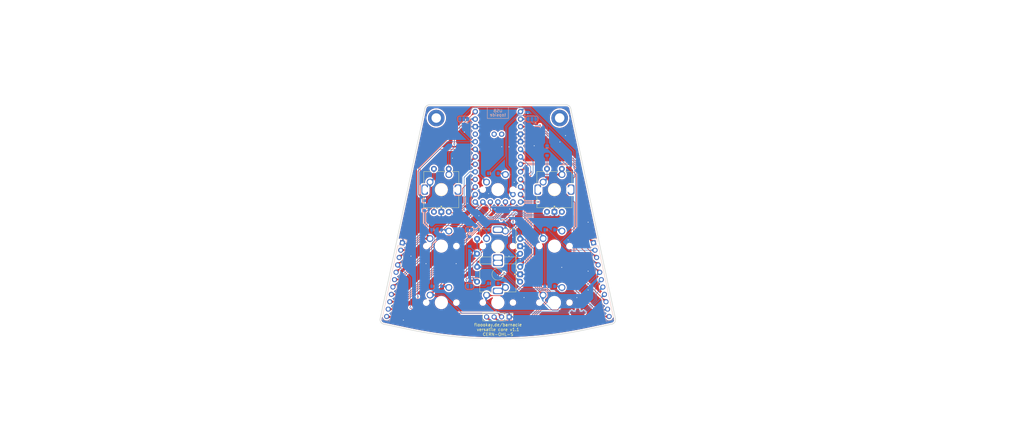
<source format=kicad_pcb>
(kicad_pcb (version 20240108) (generator "pcbnew") (generator_version "8.0")
  (layers (0 "F.Cu" signal) (31 "B.Cu" signal) (34 "B.Paste" user) (35 "F.Paste" user) (36 "B.SilkS" user "B.Silkscreen") (37 "F.SilkS" user "F.Silkscreen") (38 "B.Mask" user) (39 "F.Mask" user) (44 "Edge.Cuts" user))
  (net 0 "")
  (net 1 "col5")
  (net 2 "Net-(D1-A)")
  (net 3 "row2")
  (net 4 "row0")
  (net 5 "col4")
  (net 6 "col2")
  (net 7 "col3")
  (net 8 "row1")
  (net 9 "row3")
  (net 10 "col0")
  (net 11 "col1")
  (net 12 "col8")
  (net 13 "row5")
  (net 14 "col10")
  (net 15 "col6")
  (net 16 "GND")
  (net 17 "col9")
  (net 18 "row4")
  (net 19 "col7")
  (net 20 "col11")
  (net 21 "Net-(D2-A)")
  (net 22 "Net-(D3-A)")
  (net 23 "Net-(D4-A)")
  (net 24 "Net-(D5-A)")
  (net 27 "Net-(D6-A)")
  (net 28 "enc2")
  (net 29 "enc3")
  (net 30 "Net-(D7-A)")
  (net 32 "Net-(D8-A)")
  (net 33 "Net-(D9-A)")
  (net 34 "Net-(D10-A)")
  (net 35 "rgb")
  (net 36 "sda")
  (net 37 "vcc")
  (net 38 "scl")
  (net 39 "enc1")
  (net 40 "vccrgb")
  (net 41 "enc0")
  (net 42 "Net-(D8-K)")
  (net 43 "Net-(D5-K)")
  (net 44 "Net-(JP3-B)")
  (net 45 "Net-(JP3-A)")
  (net 46 "Net-(JP4-A)")
  (footprint "MountingHole:MountingHole_3.2mm_M3_DIN965_Pad" (layer "F.Cu") (at 219.0026 138.860167)
    (property "Reference" "H2" (hide yes))
    (property "Value" "MountingHole")
  )
  (footprint "PCM_marbastlib-mx:SW_MX_1u" (layer "F.Cu") (at 179.145 182.05)
    (property "Reference" "SW4" (hide yes))
    (property "Value" "SW_Push_45deg")
  )
  (footprint "PCM_marbastlib-various:ROT_Alps_EC11E-Switch" (layer "F.Cu") (at 198.195 182.1125 90)
    (property "Reference" "SW11" (hide yes))
    (property "Value" "RotaryEncoder_Switch")
  )
  (footprint "Connector_PinHeader_2.54mm:PinHeader_1x04_P2.54mm_Vertical" (layer "F.Cu") (at 201.995 205.925 -90)
    (property "Reference" "J3" (hide yes))
    (property "Value" "Conn_01x04")
  )
  (footprint "PCM_marbastlib-mx:SW_MX_1u" (layer "F.Cu") (at 198.195 201.1)
    (property "Reference" "SW8" (hide yes))
    (property "Value" "SW_Push_45deg")
  )
  (footprint "PCM_marbastlib-various:ROT_Alps_EC11E-Switch" (layer "F.Cu") (at 179.145 163)
    (property "Reference" "SW12" (hide yes))
    (property "Value" "RotaryEncoder_Switch")
  )
  (footprint "MountingHole:MountingHole_3.2mm_M3_DIN965_Pad" (layer "F.Cu") (at 177.4406 138.860167)
    (property "Reference" "H1" (hide yes))
    (property "Value" "MountingHole")
  )
  (footprint "Symbol:OSHW-Symbol_6.7x6mm_Copper" (layer "F.Cu") (at 225.075 206.15)
    (property "Reference" "REF**" (hide yes))
    (property "Value" "OSHW-Symbol_6.7x6mm_Copper" (hide yes))
  )
  (footprint "PCM_marbastlib-mx:SW_MX_1u" (layer "F.Cu") (at 198.195 163)
    (property "Reference" "SW2" (hide yes))
    (property "Value" "SW_Push_45deg")
  )
  (footprint "PCM_marbastlib-various:ROT_Alps_EC11E-Switch" (layer "F.Cu") (at 198.195 191.575 90)
    (property "Reference" "SW10" (hide yes))
    (property "Value" "RotaryEncoder_Switch")
  )
  (footprint "PCM_marbastlib-mx:SW_MX_1u" (layer "F.Cu") (at 217.245 182.05)
    (property "Reference" "SW6" (hide yes))
    (property "Value" "SW_Push_45deg")
  )
  (footprint "PCM_marbastlib-mx:SW_MX_1u" (layer "F.Cu") (at 217.245 163)
    (property "Reference" "SW3" (hide yes))
    (property "Value" "SW_Push_45deg")
  )
  (footprint "PCM_marbastlib-mx:SW_MX_1u" (layer "F.Cu") (at 179.145 163)
    (property "Reference" "SW1" (hide yes))
    (property "Value" "SW_Push_45deg")
  )
  (footprint "PCM_marbastlib-mx:SW_MX_1u" (layer "F.Cu") (at 217.245 201.1)
    (property "Reference" "SW9" (hide yes))
    (property "Value" "SW_Push_45deg")
  )
  (footprint "PCM_marbastlib-various:ROT_Alps_EC11E-Switch" (layer "F.Cu") (at 217.245 163)
    (property "Reference" "SW13" (hide yes))
    (property "Value" "RotaryEncoder_Switch")
  )
  (footprint "PCM_marbastlib-mx:SW_MX_1u" (layer "F.Cu") (at 179.145 201.1)
    (property "Reference" "SW7" (hide yes))
    (property "Value" "SW_Push_45deg")
  )
  (footprint "PCM_marbastlib-mx:SW_MX_1u" (layer "F.Cu") (at 198.195 182.05)
    (property "Reference" "SW5" (hide yes))
    (property "Value" "SW_Push_45deg")
  )
  (footprint "Connector_PinHeader_2.54mm:PinHeader_1x11_P2.54mm_Vertical" (layer "B.Cu") (at 230.399607 180.945708 -168)
    (property "Reference" "J2" (hide yes))
    (property "Value" "Conn_01x11")
  )
  (footprint "Connector_PinHeader_2.54mm:PinHeader_1x11_P2.54mm_Vertical" (layer "B.Cu") (at 166.008871 180.945708 168)
    (property "Reference" "J1" (hide yes))
    (property "Value" "Conn_01x11")
  )
  (footprint "Jumper:SolderJumper-2_P1.3mm_Open_RoundedPad1.0x1.5mm" (layer "B.Cu") (at 188.67 176.55625 180)
    (property "Reference" "JP2" (hide yes))
    (property "Value" "SolderJumper_2_Open")
  )
  (footprint "barnacle:D_SOD-123-minimal" (layer "B.Cu") (at 177.5575 176.55625)
    (property "Reference" "D4" (hide yes))
    (property "Value" "D")
  )
  (footprint "Jumper:SolderJumper-3_P1.3mm_Open_RoundedPad1.0x1.5mm" (layer "B.Cu") (at 209.677 139.192 180)
    (property "Reference" "JP3" (hide yes))
    (property "Value" "Jumper_3_Open")
  )
  (footprint "barnacle:D_SOD-123-minimal" (layer "B.Cu") (at 177.5575 195.60625)
    (property "Reference" "D7" (hide yes))
    (property "Value" "D")
  )
  (footprint "barnacle:D_SOD-123-minimal" (layer "B.Cu") (at 214.757 149.86 -90)
    (property "Reference" "D3" (hide yes))
    (property "Value" "D")
  )
  (footprint "barnacle:D_SOD-123-minimal" (layer "B.Cu") (at 196.6075 157.50625)
    (property "Reference" "D2" (hide yes))
    (property "Value" "D")
  )
  (footprint "PCM_marbastlib-xp-promicroish:Helios_AH_USBup" (layer "B.Cu") (at 198.200946 153.2 180)
    (property "Reference" "U1" (hide yes))
    (property "Value" "Helios")
  )
  (footprint "barnacle:D_SOD-123-minimal" (layer "B.Cu") (at 215.6575 176.55625)
    (property "Reference" "D6" (hide yes))
    (property "Value" "D")
  )
  (footprint "Jumper:SolderJumper-2_P1.3mm_Open_RoundedPad1.0x1.5mm" (layer "B.Cu") (at 188.67 195.60625 180)
    (property "Reference" "JP1" (hide yes))
    (property "Value" "SolderJumper_2_Open")
  )
  (footprint "barnacle:D_SOD-123-minimal" (layer "B.Cu") (at 215.6575 195.60625)
    (property "Reference" "D9" (hide yes))
    (property "Value" "D")
  )
  (footprint "barnacle:D_SOD-123-minimal" (layer "B.Cu") (at 196.6075 194.6)
    (property "Reference" "D8" (hide yes))
    (property "Value" "D")
  )
  (footprint "barnacle:D_SOD-123-minimal" (layer "B.Cu") (at 173.482 168.402 90)
    (property "Reference" "D1" (hide yes))
    (property "Value" "D")
  )
  (footprint "Jumper:SolderJumper-3_P1.3mm_Open_RoundedPad1.0x1.5mm" (layer "B.Cu") (at 186.69 139.192 180)
    (property "Reference" "JP4" (hide yes))
    (property "Value" "Jumper_3_Open")
  )
  (footprint "barnacle:D_SOD-123-minimal" (layer "B.Cu") (at 193.495 176.55625)
    (property "Reference" "D5" (hide yes))
    (property "Value" "D")
  )
  (footprint "barnacle:D_SOD-123-minimal" (layer "B.Cu") (at 188.67 180.525 -90)
    (property "Reference" "D10" (hide yes))
    (property "Value" "D")
  )
  (gr_line (start 175.097744 134.423367) (end 221.249147 134.423367) (stroke (width 0.2)) (layer "Edge.Cuts"))
  (gr_arc (start 221.249147 134.423367) (mid 222.193127 134.757648) (end 222.716368 135.611499) (stroke (width 0.2)) (layer "Edge.Cuts"))
  (gr_line (start 159.711541 208.342098) (end 168.175247 210.141117) (stroke (width 0.2)) (layer "Edge.Cuts"))
  (gr_line (start 158.551295 206.553872) (end 173.630547 135.611467) (stroke (width 0.2)) (layer "Edge.Cuts"))
  (gr_arc (start 228.171647 210.141116) (mid 198.173487 213.294063) (end 168.175326 210.141133) (stroke (width 0.2)) (layer "Edge.Cuts"))
  (gr_arc (start 159.704979 208.340718) (mid 158.75884 207.690455) (end 158.549626 206.561629) (stroke (width 0.2)) (layer "Edge.Cuts"))
  (gr_arc (start 173.630526 135.611499) (mid 174.153765 134.757648) (end 175.097744 134.423367) (stroke (width 0.2)) (layer "Edge.Cuts"))
  (gr_line (start 236.641915 208.340718) (end 228.171647 210.141116) (stroke (width 0.2)) (layer "Edge.Cuts"))
  (gr_line (start 222.716368 135.611499) (end 237.798808 206.56897) (stroke (width 0.2)) (layer "Edge.Cuts"))
  (gr_arc (start 237.798808 206.56897) (mid 237.586008 207.693609) (end 236.641923 208.340756) (stroke (width 0.2)) (layer "Edge.Cuts"))
  (gr_text "floookay.de/barnacle\nversatile core v1.1\nCERN-OHL-S" (at 198.25 212.4 0) (layer "F.SilkS") (effects (font (size 1 1)) (justify bottom)))
  (segment (start 176.8011 181.8989) (end 176.8011 181.079125) (width 0.2) (layer "F.Cu") (net 1))
  (segment (start 176.3 182.4) (end 176.8011 181.8989) (width 0.2) (layer "F.Cu") (net 1))
  (segment (start 176.8011 181.079125) (end 179.360225 178.52) (width 0.2) (layer "F.Cu") (net 1))
  (segment (start 193.120946 167.779054) (end 193.120946 167.17) (width 0.2) (layer "F.Cu") (net 1))
  (segment (start 182.38 178.52) (end 193.120946 167.779054) (width 0.2) (layer "F.Cu") (net 1))
  (segment (start 179.360225 178.52) (end 182.38 178.52) (width 0.2) (layer "F.Cu") (net 1))
  (segment (start 176.292974 182.4) (end 176.3 182.4) (width 0.2) (layer "F.Cu") (net 1))
  (segment (start 162.840297 195.852677) (end 176.292974 182.4) (width 0.2) (layer "F.Cu") (net 1))
  (segment (start 193.120946 167.17) (end 197.575946 171.625) (width 0.2) (layer "B.Cu") (net 1))
  (segment (start 213.435 178.61) (end 213.435 179.51) (width 0.2) (layer "B.Cu") (net 1))
  (segment (start 206.45 171.625) (end 213.435 178.61) (width 0.2) (layer "B.Cu") (net 1))
  (segment (start 197.575946 171.625) (end 206.45 171.625) (width 0.2) (layer "B.Cu") (net 1))
  (segment (start 174.872588 160.46) (end 175.335 160.46) (width 0.2) (layer "F.Cu") (net 2))
  (segment (start 176.645 156) (end 176.645 159.15) (width 0.2) (layer "B.Cu") (net 2))
  (segment (start 175.335 160.46) (end 175.335 164.899) (width 0.2) (layer "B.Cu") (net 2))
  (segment (start 175.335 164.899) (end 173.482 166.752) (width 0.2) (layer "B.Cu") (net 2))
  (segment (start 176.645 159.15) (end 175.335 160.46) (width 0.2) (layer "B.Cu") (net 2))
  (segment (start 183.717588 180.825) (end 186.475306 180.825) (width 0.2) (layer "F.Cu") (net 3))
  (segment (start 161.25601 203.306162) (end 163.994144 203.306162) (width 0.2) (layer "F.Cu") (net 3))
  (segment (start 182.575153 181.967435) (end 183.717588 180.825) (width 0.2) (layer "F.Cu") (net 3))
  (segment (start 194.275305 173.025) (end 196.71884 173.025) (width 0.2) (layer "F.Cu") (net 3))
  (segment (start 182.575153 184.725153) (end 182.575153 181.967435) (width 0.2) (layer "F.Cu") (net 3))
  (segment (start 186.475306 180.825) (end 186.487653 180.812653) (width 0.2) (layer "F.Cu") (net 3))
  (segment (start 193.982412 173.317893) (end 194.275305 173.025) (width 0.2) (layer "F.Cu") (net 3))
  (segment (start 196.71884 173.025) (end 200.740946 169.002894) (width 0.2) (layer "F.Cu") (net 3))
  (segment (start 200.740946 169.002894) (end 200.740946 167.17) (width 0.2) (layer "F.Cu") (net 3))
  (segment (start 163.994144 203.306162) (end 182.575153 184.725153) (width 0.2) (layer "F.Cu") (net 3))
  (segment (start 186.487653 180.812653) (end 193.982412 173.317893) (width 0.2) (layer "F.Cu") (net 3))
  (segment (start 162.312201 198.337172) (end 167.548922 198.337172) (width 0.2) (layer "F.Cu") (net 4))
  (segment (start 183.303374 179.825) (end 186.061093 179.825) (width 0.2) (layer "F.Cu") (net 4))
  (segment (start 192.184099 173.701994) (end 192.184099 173.701992) (width 0.2) (layer "F.Cu") (net 4))
  (segment (start 181.575153 184.310941) (end 181.575153 181.553221) (width 0.2) (layer "F.Cu") (net 4))
  (segment (start 167.548922 198.337172) (end 181.575153 184.310941) (width 0.2) (layer "F.Cu") (net 4))
  (segment (start 181.575153 181.553221) (end 183.303374 179.825) (width 0.2) (layer "F.Cu") (net 4))
  (segment (start 192.184099 173.701992) (end 195.660946 170.225145) (width 0.2) (layer "F.Cu") (net 4))
  (segment (start 186.061093 179.825) (end 192.184099 173.701994) (width 0.2) (layer "F.Cu") (net 4))
  (segment (start 195.660946 170.225145) (end 195.660946 167.17) (width 0.2) (layer "F.Cu") (net 4))
  (segment (start 186.549631 169.757475) (end 186.832475 169.757475) (width 0.2) (layer "F.Cu") (net 5))
  (segment (start 163.368394 193.368183) (end 164.570475 193.368183) (width 0.2) (layer "F.Cu") (net 5))
  (segment (start 176.3011 181.637558) (end 176.3011 180.872019) (width 0.2) (layer "F.Cu") (net 5))
  (segment (start 164.570475 193.368183) (end 176.3011 181.637558) (width 0.2) (layer "F.Cu") (net 5))
  (segment (start 179.08656 178.086559) (end 179.08656 177.220546) (width 0.2) (layer "F.Cu") (net 5))
  (segment (start 176.3011 180.872019) (end 179.08656 178.086559) (width 0.2) (layer "F.Cu") (net 5))
  (segment (start 179.08656 177.220546) (end 186.549631 169.757475) (width 0.2) (layer "F.Cu") (net 5))
  (via (at 186.832475 169.757475) (size 0.6) (drill 0.3) (layers "F.Cu" "B.Cu") (net 5))
  (segment (start 186.832475 158.892475) (end 188.71495 157.01) (width 0.2) (layer "B.Cu") (net 5))
  (segment (start 194.385 177.31) (end 186.832475 169.757475) (width 0.2) (layer "B.Cu") (net 5))
  (segment (start 186.832475 169.757475) (end 186.832475 158.892475) (width 0.2) (layer "B.Cu") (net 5))
  (segment (start 188.71495 157.01) (end 190.580946 157.01) (width 0.2) (layer "B.Cu") (net 5))
  (segment (start 194.385 179.51) (end 194.385 177.31) (width 0.2) (layer "B.Cu") (net 5))
  (segment (start 218.244188 203.555812) (end 219.6 202.2) (width 0.2) (layer "F.Cu") (net 6))
  (segment (start 212.948159 195.951841) (end 209.620946 192.624628) (width 0.2) (layer "F.Cu") (net 6))
  (segment (start 208.236625 208.175) (end 212.855813 203.555812) (width 0.2) (layer "F.Cu") (net 6))
  (segment (start 164.424584 188.399193) (end 166.749742 186.074035) (width 0.2) (layer "F.Cu") (net 6))
  (segment (start 168.7 202.8) (end 174.075 208.175) (width 0.2) (layer "F.Cu") (net 6))
  (segment (start 184.292893 158.218053) (end 190.580946 151.93) (width 0.2) (layer "F.Cu") (net 6))
  (segment (start 219.6 200.140225) (end 216.96353 197.503755) (width 0.2) (layer "F.Cu") (net 6))
  (segment (start 219.6 202.2) (end 219.6 200.140225) (width 0.2) (layer "F.Cu") (net 6))
  (segment (start 166.749742 186.074035) (end 166.749742 184.824742) (width 0.2) (layer "F.Cu") (net 6))
  (segment (start 184.292893 159.694185) (end 184.292893 158.218053) (width 0.2) (layer "F.Cu") (net 6))
  (segment (start 212.855813 203.555812) (end 218.244188 203.555812) (width 0.2) (layer "F.Cu") (net 6))
  (segment (start 173.774742 177.799742) (end 173.85 177.724485) (width 0.2) (layer "F.Cu") (net 6))
  (segment (start 178.087994 166.37) (end 181.229 166.37) (width 0.2) (layer "F.Cu") (net 6))
  (segment (start 166.749743 184.824742) (end 173.774742 177.799742) (width 0.2) (layer "F.Cu") (net 6))
  (segment (start 216.96353 197.503755) (end 215.985 197.503755) (width 0.2) (layer "F.Cu") (net 6))
  (segment (start 181.229 166.37) (end 182.5 165.099) (width 0.2) (layer "F.Cu") (net 6))
  (segment (start 182.5 165.099) (end 182.5 161.487078) (width 0.2) (layer "F.Cu") (net 6))
  (segment (start 211.847946 157.92) (end 219.785 157.92) (width 0.2) (layer "F.Cu") (net 6))
  (segment (start 166.749742 184.824742) (end 166.749743 184.824742) (width 0.2) (layer "F.Cu") (net 6))
  (segment (start 174.075 208.175) (end 208.236625 208.175) (width 0.2) (layer "F.Cu") (net 6))
  (segment (start 215.985 197.503755) (end 215.290623 196.809378) (width 0.2) (layer "F.Cu") (net 6))
  (segment (start 214.433087 195.951841) (end 212.948159 195.951841) (width 0.2) (layer "F.Cu") (net 6))
  (segment (start 173.85 170.607994) (end 178.087994 166.37) (width 0.2) (layer "F.Cu") (net 6))
  (segment (start 182.5 161.487078) (end 184.292893 159.694185) (width 0.2) (layer "F.Cu") (net 6))
  (segment (start 209.620946 192.624628) (end 209.620946 160.147) (width 0.2) (layer "F.Cu") (net 6))
  (segment (start 215.290623 196.809378) (end 214.433087 195.951841) (width 0.2) (layer "F.Cu") (net 6))
  (segment (start 209.620946 160.147) (end 211.847946 157.92) (width 0.2) (layer "F.Cu") (net 6))
  (segment (start 173.85 177.724485) (end 173.85 170.607994) (width 0.2) (layer "F.Cu") (net 6))
  (via (at 168.7 202.8) (size 0.6) (drill 0.3) (layers "F.Cu" "B.Cu") (net 6))
  (segment (start 168.7 192.674609) (end 164.424584 188.399193) (width 0.2) (layer "B.Cu") (net 6))
  (segment (start 168.7 202.8) (end 168.7 192.674609) (width 0.2) (layer "B.Cu") (net 6))
  (segment (start 219.37125 157.50625) (end 219.785 157.92) (width 0.2) (layer "B.Cu") (net 6))
  (segment (start 183 161.694184) (end 183 165.361) (width 0.2) (layer "F.Cu") (net 7))
  (segment (start 174.35 178.525) (end 175.335 179.51) (width 0.2) (layer "F.Cu") (net 7))
  (segment (start 163.896488 190.883688) (end 167.249742 187.530434) (width 0.2) (layer "F.Cu") (net 7))
  (segment (start 167.249742 187.530434) (end 167.249742 185.031849) (width 0.2) (layer "F.Cu") (net 7))
  (segment (start 184.792893 158.425159) (end 184.792893 159.901291) (width 0.2) (layer "F.Cu") (net 7))
  (segment (start 190.580946 154.47) (end 188.748052 154.47) (width 0.2) (layer "F.Cu") (net 7))
  (segment (start 178.287101 166.878) (end 174.35 170.815101) (width 0.2) (layer "F.Cu") (net 7))
  (segment (start 183 165.361) (end 181.483 166.878) (width 0.2) (layer "F.Cu") (net 7))
  (segment (start 174.35 170.815101) (end 174.35 178.525) (width 0.2) (layer "F.Cu") (net 7))
  (segment (start 181.483 166.878) (end 178.287101 166.878) (width 0.2) (layer "F.Cu") (net 7))
  (segment (start 172.77159 179.51) (end 175.335 179.51) (width 0.2) (layer "F.Cu") (net 7))
  (segment (start 171.990795 180.290795) (end 172.77159 179.51) (width 0.2) (layer "F.Cu") (net 7))
  (segment (start 188.748052 154.47) (end 184.792893 158.425159) (width 0.2) (layer "F.Cu") (net 7))
  (segment (start 167.249742 185.031849) (end 171.990795 180.290795) (width 0.2) (layer "F.Cu") (net 7))
  (segment (start 184.792893 159.901291) (end 183 161.694184) (width 0.2) (layer "F.Cu") (net 7))
  (segment (start 186.268199 180.325) (end 192.684099 173.9091) (width 0.2) (layer "F.Cu") (net 8))
  (segment (start 192.684099 173.909099) (end 194.068198 172.525) (width 0.2) (layer "F.Cu") (net 8))
  (segment (start 161.784105 200.821667) (end 165.771533 200.821667) (width 0.2) (layer "F.Cu") (net 8))
  (segment (start 165.771533 200.821667) (end 182.075153 184.518047) (width 0.2) (layer "F.Cu") (net 8))
  (segment (start 182.075153 184.518047) (end 182.075153 181.760328) (width 0.2) (layer "F.Cu") (net 8))
  (segment (start 182.075153 181.760328) (end 183.510481 180.325) (width 0.2) (layer "F.Cu") (net 8))
  (segment (start 196.511734 172.525) (end 198.200946 170.835788) (width 0.2) (layer "F.Cu") (net 8))
  (segment (start 192.684099 173.9091) (end 192.684099 173.909099) (width 0.2) (layer "F.Cu") (net 8))
  (segment (start 198.200946 170.835788) (end 198.200946 167.17) (width 0.2) (layer "F.Cu") (net 8))
  (segment (start 194.068198 172.525) (end 196.511734 172.525) (width 0.2) (layer "F.Cu") (net 8))
  (segment (start 183.510481 180.325) (end 186.268199 180.325) (width 0.2) (layer "F.Cu") (net 8))
  (segment (start 194.482412 173.525) (end 162.216755 205.790657) (width 0.2) (layer "F.Cu") (net 9))
  (segment (start 162.216755 205.790657) (end 160.727914 205.790657) (width 0.2) (layer "F.Cu") (net 9))
  (segment (start 196.925946 173.525) (end 194.482412 173.525) (width 0.2) (layer "F.Cu") (net 9))
  (segment (start 203.280946 167.17) (end 196.925946 173.525) (width 0.2) (layer "F.Cu") (net 9))
  (segment (start 172.240039 165.452961) (end 171.837893 165.050816) (width 0.2) (layer "F.Cu") (net 10))
  (segment (start 183.515 143.755946) (end 183.515 147.574) (width 0.2) (layer "F.Cu") (net 10))
  (segment (start 172.85 177.263059) (end 172.85 166.062922) (width 0.2) (layer "F.Cu") (net 10))
  (segment (start 171.545 164.757923) (end 171.545 155.725946) (width 0.2) (layer "F.Cu") (net 10))
  (segment (start 183.515 143.755946) (end 190.580946 136.69) (width 0.2) (layer "F.Cu") (net 10))
  (segment (start 165.480775 183.430203) (end 166.682856 183.430203) (width 0.2) (layer "F.Cu") (net 10))
  (segment (start 166.682856 183.430203) (end 172.85 177.263059) (width 0.2) (layer "F.Cu") (net 10))
  (segment (start 171.545 155.725946) (end 183.515 143.755946) (width 0.2) (layer "F.Cu") (net 10))
  (segment (start 172.85 166.062922) (end 172.240039 165.452961) (width 0.2) (layer "F.Cu") (net 10))
  (segment (start 171.837893 165.050816) (end 171.545 164.757923) (width 0.2) (layer "F.Cu") (net 10))
  (via (at 183.515 147.574) (size 0.6) (drill 0.3) (layers "F.Cu" "B.Cu") (net 10))
  (segment (start 181.27125 157.50625) (end 181.685 157.92) (width 0.2) (layer "B.Cu") (net 10))
  (segment (start 181.645 150.56) (end 183.515 148.69) (width 0.2) (layer "B.Cu") (net 10))
  (segment (start 183.515 148.69) (end 183.515 147.574) (width 0.2) (layer "B.Cu") (net 10))
  (segment (start 181.645 156) (end 181.645 150.56) (width 0.2) (layer "B.Cu") (net 10))
  (segment (start 164.95268 185.914698) (end 173.35 177.517378) (width 0.2) (layer "F.Cu") (net 11))
  (segment (start 173.35 165.855816) (end 172.045 164.550816) (width 0.2) (layer "F.Cu") (net 11))
  (segment (start 172.045 155.933052) (end 178.588052 149.39) (width 0.2) (layer "F.Cu") (net 11))
  (segment (start 172.045 164.550816) (end 172.045 155.933052) (width 0.2) (layer "F.Cu") (net 11))
  (segment (start 178.588052 149.39) (end 190.580946 149.39) (width 0.2) (layer "F.Cu") (net 11))
  (segment (start 173.35 177.517378) (end 173.35 165.855816) (width 0.2) (layer "F.Cu") (net 11))
  (segment (start 194.385 160.46) (end 191.880946 157.955946) (width 0.2) (layer "B.Cu") (net 11))
  (segment (start 191.880946 150.69) (end 190.580946 149.39) (width 0.2) (layer "B.Cu") (net 11))
  (segment (start 191.880946 157.955946) (end 191.880946 150.69) (width 0.2) (layer "B.Cu") (net 11))
  (segment (start 208.120946 193.245946) (end 213.435 198.56) (width 0.2) (layer "F.Cu") (net 12))
  (segment (start 208.120946 161.85) (end 208.120946 193.245946) (width 0.2) (layer "F.Cu") (net 12))
  (segment (start 205.820946 159.55) (end 208.120946 161.85) (width 0.2) (layer "F.Cu") (net 12))
  (segment (start 227.344237 203.675) (end 230.95 200.069237) (width 0.2) (layer "B.Cu") (net 12))
  (segment (start 213.435 200.604775) (end 216.505225 203.675) (width 0.2) (layer "B.Cu") (net 12))
  (segment (start 213.435 198.56) (end 213.435 200.604775) (width 0.2) (layer "B.Cu") (net 12))
  (segment (start 230.95 200.069237) (end 230.95 195.45827) (width 0.2) (layer "B.Cu") (net 12))
  (segment (start 216.505225 203.675) (end 227.344237 203.675) (width 0.2) (layer "B.Cu") (net 12))
  (segment (start 230.95 195.45827) (end 233.040086 193.368184) (width 0.2) (layer "B.Cu") (net 12))
  (segment (start 200.3 191.1) (end 198.6625 192.7375) (width 0.2) (layer "F.Cu") (net 13))
  (segment (start 198.6625 192.7375) (end 188.223004 192.7375) (width 0.2) (layer "F.Cu") (net 13))
  (segment (start 188.223004 192.7375) (end 187.560504 193.4) (width 0.2) (layer "F.Cu") (net 13))
  (via (at 200.3 191.1) (size 0.6) (drill 0.3) (layers "F.Cu" "B.Cu") (net 13))
  (via (at 187.560504 193.4) (size 0.6) (drill 0.3) (layers "F.Cu" "B.Cu") (net 13))
  (segment (start 200.770946 141.74) (end 205.820946 136.69) (width 0.2) (layer "B.Cu") (net 13))
  (segment (start 200.5 191.3) (end 200.3 191.1) (width 0.2) (layer "B.Cu") (net 13))
  (segment (start 176.885 178.867968) (end 175.9075 177.890468) (width 0.2) (layer "B.Cu") (net 13))
  (segment (start 214.0075 181.129532) (end 214.985 180.152032) (width 0.2) (layer "B.Cu") (net 13))
  (segment (start 214.0075 176.55625) (end 215.066025 176.55625) (width 0.2) (layer "B.Cu") (net 13))
  (segment (start 205.927601 196.35) (end 200.877601 191.3) (width 0.2) (layer "B.Cu") (net 13))
  (segment (start 188.02 178.225) (end 188.67 178.875) (width 0.2) (layer "B.Cu") (net 13))
  (segment (start 186.56375 175.1) (end 177.36375 175.1) (width 0.2) (layer "B.Cu") (net 13))
  (segment (start 175.9075 181.129532) (end 176.885 180.152032) (width 0.2) (layer "B.Cu") (net 13))
  (segment (start 214.985 180.152032) (end 214.985 178.867968) (width 0.2) (layer "B.Cu") (net 13))
  (segment (start 219.152887 180.643113) (end 224.345 175.451) (width 0.2) (layer "B.Cu") (net 13))
  (segment (start 173.482 174.13075) (end 175.9075 176.55625) (width 0.2) (layer "B.Cu") (net 13))
  (segment (start 187.560504 195.146754) (end 187.560504 193.4) (width 0.2) (layer "B.Cu") (net 13))
  (segment (start 188.02 195.60625) (end 187.560504 195.146754) (width 0.2) (layer "B.Cu") (net 13))
  (segment (start 176.885 180.152032) (end 176.885 178.867968) (width 0.2) (layer "B.Cu") (net 13))
  (segment (start 224.345 175.451) (end 224.345 157.798) (width 0.2) (layer "B.Cu") (net 13))
  (segment (start 208.968877 135.79) (end 206.720946 135.79) (width 0.2) (layer "B.Cu") (net 13))
  (segment (start 200.770946 151.692804) (end 200.770946 141.74) (width 0.2) (layer "B.Cu") (net 13))
  (segment (start 214.757 141.578123) (end 208.968877 135.79) (width 0.2) (layer "B.Cu") (net 13))
  (segment (start 200.877601 191.3) (end 200.5 191.3) (width 0.2) (layer "B.Cu") (net 13))
  (segment (start 194.9575 157.50625) (end 200.770946 151.692804) (width 0.2) (layer "B.Cu") (net 13))
  (segment (start 215.066025 176.55625) (end 219.152887 180.643113) (width 0.2) (layer "B.Cu") (net 13))
  (segment (start 214.0075 177.890468) (end 214.0075 176.55625) (width 0.2) (layer "B.Cu") (net 13))
  (segment (start 228.092 183.430203) (end 230.927702 183.430203) (width 0.2) (layer "B.Cu") (net 13))
  (segment (start 214.985 178.867968) (end 214.0075 177.890468) (width 0.2) (layer "B.Cu") (net 13))
  (segment (start 214.757 148.21) (end 214.757 141.578123) (width 0.2) (layer "B.Cu") (net 13))
  (segment (start 177.36375 175.1) (end 175.9075 176.55625) (width 0.2) (layer "B.Cu") (net 13))
  (segment (start 213.26375 196.35) (end 211.4 196.35) (width 0.2) (layer "B.Cu") (net 13))
  (segment (start 173.482 170.052) (end 173.482 174.13075) (width 0.2) (layer "B.Cu") (net 13))
  (segment (start 188.02 176.55625) (end 186.56375 175.1) (width 0.2) (layer "B.Cu") (net 13))
  (segment (start 221.939978 183.430203) (end 228.092 183.430203) (width 0.2) (layer "B.Cu") (net 13))
  (segment (start 187.560504 193.4) (end 187.560504 179.984496) (width 0.2) (layer "B.Cu") (net 13))
  (segment (start 214.0075 195.60625) (end 214.0075 181.129532) (width 0.2) (layer "B.Cu") (net 13))
  (segment (start 206.720946 135.79) (end 205.820946 136.69) (width 0.2) (layer "B.Cu") (net 13))
  (segment (start 187.560504 179.984496) (end 188.67 178.875) (width 0.2) (layer "B.Cu") (net 13))
  (segment (start 175.9075 177.890468) (end 175.9075 176.55625) (width 0.2) (layer "B.Cu") (net 13))
  (segment (start 219.152887 180.643113) (end 221.939978 183.430203) (width 0.2) (layer "B.Cu") (net 13))
  (segment (start 224.345 157.798) (end 214.757 148.21) (width 0.2) (layer "B.Cu") (net 13))
  (segment (start 175.9075 195.60625) (end 175.9075 181.129532) (width 0.2) (layer "B.Cu") (net 13))
  (segment (start 211.4 196.35) (end 205.927601 196.35) (width 0.2) (layer "B.Cu") (net 13))
  (segment (start 188.02 176.55625) (end 188.02 178.225) (width 0.2) (layer "B.Cu") (net 13))
  (segment (start 214.0075 195.60625) (end 213.26375 196.35) (width 0.2) (layer "B.Cu") (net 13))
  (segment (start 223.655213 154.1) (end 206.190946 154.1) (width 0.2) (layer "F.Cu") (net 14))
  (segment (start 224.025212 154.47) (end 223.655213 154.1) (width 0.2) (layer "F.Cu") (net 14))
  (segment (start 225.25 181.665299) (end 225.25 155.694788) (width 0.2) (layer "F.Cu") (net 14))
  (segment (start 225.25 155.694788) (end 224.025212 154.47) (width 0.2) (layer "F.Cu") (net 14))
  (segment (start 231.983894 188.399193) (end 225.25 181.665299) (width 0.2) (layer "F.Cu") (net 14))
  (segment (start 206.190946 154.1) (end 205.820946 154.47) (width 0.2) (layer "F.Cu") (net 14))
  (segment (start 197.224125 179.7061) (end 192.595 184.335225) (width 0.2) (layer "F.Cu") (net 15))
  (segment (start 192.595 184.335225) (end 192.595 185.192399) (width 0.2) (layer "F.Cu") (net 15))
  (segment (start 183.562399 194.225) (end 179.67 194.225) (width 0.2) (layer "F.Cu") (net 15))
  (segment (start 192.595 185.192399) (end 183.562399 194.225) (width 0.2) (layer "F.Cu") (net 15))
  (segment (start 205.820946 164.63) (end 207.120946 165.93) (width 0.2) (layer "F.Cu") (net 15))
  (segment (start 207.120946 165.93) (end 207.120946 172.776086) (width 0.2) (layer "F.Cu") (net 15))
  (segment (start 179.67 194.225) (end 175.335 198.56) (width 0.2) (layer "F.Cu") (net 15))
  (segment (start 200.190932 179.7061) (end 197.224125 179.7061) (width 0.2) (layer "F.Cu") (net 15))
  (segment (start 207.120946 172.776086) (end 200.190932 179.7061) (width 0.2) (layer "F.Cu") (net 15))
  (segment (start 179.919775 198.56) (end 186.034775 204.675) (width 0.2) (layer "B.Cu") (net 15))
  (segment (start 175.335 198.56) (end 179.919775 198.56) (width 0.2) (layer "B.Cu") (net 15))
  (segment (start 227.758449 204.675) (end 234.096277 198.337172) (width 0.2) (layer "B.Cu") (net 15))
  (segment (start 186.034775 204.675) (end 227.758449 204.675) (width 0.2) (layer "B.Cu") (net 15))
  (segment (start 184.15 171.45) (end 187.96 167.64) (width 0.2) (layer "F.Cu") (net 16))
  (segment (start 182.88 171.45) (end 184.15 171.45) (width 0.2) (layer "F.Cu") (net 16))
  (segment (start 201.93 148.59) (end 199.39 148.59) (width 0.2) (layer "F.Cu") (net 16))
  (via (at 228.6 196.85) (size 0.6) (drill 0.3) (layers "F.Cu" "B.Cu") (net 16))
  (via (at 228.6 190.5) (size 0.6) (drill 0.3) (layers "F.Cu" "B.Cu") (net 16))
  (via (at 189.23 184.15) (size 0.6) (drill 0.3) (layers "F.Cu" "B.Cu") (net 16))
  (via (at 197.231 169.545) (size 0.6) (drill 0.3) (layers "F.Cu" "B.Cu") (net 16))
  (via (at 224.79 199.39) (size 0.6) (drill 0.3) (layers "F.Cu" "B.Cu") (net 16))
  (via (at 210.439 148.209) (size 0.6) (drill 0.3) (layers "F.Cu" "B.Cu") (net 16))
  (via (at 219.075 146.939) (size 0.6) (drill 0.3) (layers "F.Cu" "B.Cu") (net 16))
  (via (at 203.2 179.07) (size 0.6) (drill 0.3) (layers "F.Cu" "B.Cu") (net 16))
  (via (at 184.15 187.96) (size 0.6) (drill 0.3) (layers "F.Cu" "B.Cu") (net 16))
  (via (at 205.74 186.69) (size 0.6) (drill 0.3) (layers "F.Cu" "B.Cu") (net 16))
  (via (at 201.93 185.42) (size 0.6) (drill 0.3) (layers "F.Cu" "B.Cu") (net 16))
  (via (at 219.71 189.23) (size 0.6) (drill 0.3) (layers "F.Cu" "B.Cu") (net 16))
  (via (at 220.98 144.78) (size 0.6) (drill 0.3) (layers "F.Cu" "B.Cu") (net 16))
  (via (at 201.93 148.59) (size 0.6) (drill 0.3) (layers "F.Cu" "B.Cu") (net 16))
  (via (at 187.96 167.64) (size 0.6) (drill 0.3) (layers "F.Cu" "B.Cu") (net 16))
  (via (at 173.99 187.96) (size 0.6) (drill 0.3) (layers "F.Cu" "B.Cu") (net 16))
  (via (at 186.9 143.6) (size 0.6) (drill 0.3) (layers "F.Cu" "B.Cu") (net 16))
  (via (at 198.12 191.77) (size 0.6) (drill 0.3) (layers "F.Cu" "B.Cu") (net 16))
  (via (at 228.6 173.99) (size 0.6) (drill 0.3) (layers "F.Cu" "B.Cu") (net 16))
  (via (at 202.184 169.545) (size 0.6) (drill 0.3) (layers "F.Cu" "B.Cu") (net 16))
  (via (at 203.708 160.528) (size 0.6) (drill 0.3) (layers "F.Cu" "B.Cu") (net 16))
  (via (at 208.28 137.287) (size 0.6) (drill 0.3) (layers "F.Cu" "B.Cu") (net 16))
  (via (at 182.88 171.45) (size 0.6) (drill 0.3) (layers "F.Cu" "B.Cu") (net 16))
  (via (at 199.503327 148.556122) (size 0.6) (drill 0.3) (layers "F.Cu" "B.Cu") (net 16))
  (via (at 207.01 199.39) (size 0.6) (drill 0.3) (layers "F.Cu" "B.Cu") (net 16))
  (via (at 191.8 171.8) (size 0.6) (drill 0.3) (layers "F.Cu" "B.Cu") (net 16))
  (via (at 168.91 185.42) (size 0.6) (drill 0.3) (layers "F.Cu" "B.Cu") (net 16))
  (via (at 221.869 179.959) (size 0.6) (drill 0.3) (layers "F.Cu" "B.Cu") (net 16))
  (via (at 195.072 164.338) (size 0.6) (drill 0.3) (layers "F.Cu" "B.Cu") (net 16))
  (via (at 166.37 207.01) (size 0.6) (drill 0.3) (layers "F.Cu" "B.Cu") (net 16))
  (via (at 182.88 152.4) (size 0.6) (drill 0.3) (layers "F.Cu" "B.Cu") (net 16))
  (segment (start 205.695 182.1125) (end 207.095 183.5125) (width 0.2) (layer "B.Cu") (net 16))
  (segment (start 204.295 190.2375) (end 205.695 191.6375) (width 0.2) (layer "B.Cu") (net 16))
  (segment (start 204.295 188.135) (end 204.295 190.2375) (width 0.2) (layer "B.Cu") (net 16))
  (segment (start 207.095 185.335) (end 204.295 188.135) (width 0.2) (layer "B.Cu") (net 16))
  (segment (start 207.095 183.5125) (end 207.095 185.335) (width 0.2) (layer "B.Cu") (net 16))
  (segment (start 232.51199 190.883688) (end 224.675 183.046698) (width 0.2) (layer "F.Cu") (net 17))
  (segment (start 224.675 155.826894) (end 223.448106 154.6) (width 0.2) (layer "F.Cu") (net 17))
  (segment (start 224.675 183.046698) (end 224.675 155.826894) (width 0.2) (layer "F.Cu") (net 17))
  (segment (start 208.230946 154.6) (end 205.820946 157.01) (width 0.2) (layer "F.Cu") (net 17))
  (segment (start 223.448106 154.6) (end 208.230946 154.6) (width 0.2) (layer "F.Cu") (net 17))
  (segment (start 232.51199 190.883688) (end 225.825678 197.57) (width 0.2) (layer "B.Cu") (net 17))
  (segment (start 225.825678 197.57) (end 219.142968 197.57) (width 0.2) (layer "B.Cu") (net 17))
  (segment (start 191.195 179.6125) (end 191.195 182.632601) (width 0.2) (layer "B.Cu") (net 17))
  (segment (start 192.595 185.192399) (end 191.195 186.592399) (width 0.2) (layer "B.Cu") (net 17))
  (segment (start 199.13995 191.8) (end 196.47745 189.1375) (width 0.2) (layer "B.Cu") (net 17))
  (segment (start 200.6 191.8) (end 199.13995 191.8) (width 0.2) (layer "B.Cu") (net 17))
  (segment (start 219.142968 197.57) (end 218.422968 196.85) (width 0.2) (layer "B.Cu") (net 17))
  (segment (start 191.195 182.632601) (end 192.595 184.032601) (width 0.2) (layer "B.Cu") (net 17))
  (segment (start 191.195 186.592399) (end 191.195 189.1375) (width 0.2) (layer "B.Cu") (net 17))
  (segment (start 218.422968 196.85) (end 205.65 196.85) (width 0.2) (layer "B.Cu") (net 17))
  (segment (start 192.595 184.032601) (end 192.595 185.192399) (width 0.2) (layer "B.Cu") (net 17))
  (segment (start 196.47745 189.1375) (end 191.195 189.1375) (width 0.2) (layer "B.Cu") (net 17))
  (segment (start 205.65 196.85) (end 200.6 191.8) (width 0.2) (layer "B.Cu") (net 17))
  (segment (start 218.995 167.17) (end 211.645 167.17) (width 0.2) (layer "F.Cu") (net 18))
  (segment (start 223.6 171.775) (end 218.995 167.17) (width 0.2) (layer "F.Cu") (net 18))
  (segment (start 223.6 171.775) (end 223.6 196.1) (width 0.2) (layer "F.Cu") (net 18))
  (segment (start 233.290657 205.790657) (end 235.680564 205.790657) (width 0.2) (layer "F.Cu") (net 18))
  (segment (start 223.6 196.1) (end 233.290657 205.790657) (width 0.2) (layer "F.Cu") (net 18))
  (via (at 211.645 167.17) (size 0.6) (drill 0.3) (layers "F.Cu" "B.Cu") (net 18))
  (segment (start 205.820946 167.17) (end 211.645 167.17) (width 0.2) (layer "B.Cu") (net 18))
  (segment (start 203.074899 198.7375) (end 194.5625 198.7375) (width 0.2) (layer "F.Cu") (net 19))
  (segment (start 194.5625 198.7375) (end 194.385 198.56) (width 0.2) (layer "F.Cu") (net 19))
  (segment (start 207.620946 163.89) (end 207.620946 194.191453) (width 0.2) (layer "F.Cu") (net 19))
  (segment (start 207.620946 194.191453) (end 203.074899 198.7375) (width 0.2) (layer "F.Cu") (net 19))
  (segment (start 205.820946 162.09) (end 207.620946 163.89) (width 0.2) (layer "F.Cu") (net 19))
  (segment (start 227.551343 204.175) (end 231.45 200.276343) (width 0.2) (layer "B.Cu") (net 19))
  (segment (start 194.385 200.604775) (end 197.955225 204.175) (width 0.2) (layer "B.Cu") (net 19))
  (segment (start 194.385 198.56) (end 194.385 200.604775) (width 0.2) (layer "B.Cu") (net 19))
  (segment (start 231.45 197.970858) (end 233.568181 195.852677) (width 0.2) (layer "B.Cu") (net 19))
  (segment (start 231.45 200.276343) (end 231.45 197.970858) (width 0.2) (layer "B.Cu") (net 19))
  (segment (start 197.955225 204.175) (end 227.551343 204.175) (width 0.2) (layer "B.Cu") (net 19))
  (segment (start 225.792853 180.251752) (end 231.455799 185.914698) (width 0.2) (layer "F.Cu") (net 20))
  (segment (start 212.032318 141.77) (end 225.792853 155.530535) (width 0.2) (layer "F.Cu") (net 20))
  (segment (start 225.792853 155.530535) (end 225.792853 180.251752) (width 0.2) (layer "F.Cu") (net 20))
  (segment (start 205.820946 141.77) (end 212.032318 141.77) (width 0.2) (layer "F.Cu") (net 20))
  (segment (start 198.2575 157.50625) (end 200.32125 157.50625) (width 0.2) (layer "B.Cu") (net 21))
  (segment (start 200.32125 157.50625) (end 200.735 157.92) (width 0.2) (layer "B.Cu") (net 21))
  (segment (start 214.745 156) (end 214.745 155.968) (width 0.2) (layer "B.Cu") (net 22))
  (segment (start 213.435 160.46) (end 214.745 159.15) (width 0.2) (layer "B.Cu") (net 22))
  (segment (start 214.757 155.956) (end 214.757 151.51) (width 0.2) (layer "B.Cu") (net 22))
  (segment (start 214.745 155.968) (end 214.757 155.956) (width 0.2) (layer "B.Cu") (net 22))
  (segment (start 214.745 159.15) (end 214.745 156) (width 0.2) (layer "B.Cu") (net 22))
  (segment (start 181.27125 176.55625) (end 181.685 176.97) (width 0.2) (layer "B.Cu") (net 23))
  (segment (start 179.2075 176.55625) (end 181.27125 176.55625) (width 0.2) (layer "B.Cu") (net 23))
  (segment (start 200.403845 175.0125) (end 200.735 175.343655) (width 0.2) (layer "B.Cu") (net 24))
  (segment (start 200.735 175.343655) (end 200.735 176.97) (width 0.2) (layer "B.Cu") (net 24))
  (segment (start 195.145 175.95625) (end 196.08875 175.0125) (width 0.2) (layer "B.Cu") (net 24))
  (segment (start 196.08875 175.0125) (end 200.403845 175.0125) (width 0.2) (layer "B.Cu") (net 24))
  (segment (start 195.145 176.55625) (end 195.145 175.95625) (width 0.2) (layer "B.Cu") (net 24))
  (segment (start 217.3075 176.55625) (end 219.37125 176.55625) (width 0.2) (layer "B.Cu") (net 27))
  (segment (start 219.37125 176.55625) (end 219.785 176.97) (width 0.2) (layer "B.Cu") (net 27))
  (segment (start 176.645 170.5) (end 176.645 169.227207) (width 0.2) (layer "F.Cu") (net 28))
  (segment (start 181.690106 167.378) (end 183.968106 165.1) (width 0.2) (layer "F.Cu") (net 28))
  (segment (start 186.309 162.56) (end 189.319 159.55) (width 0.2) (layer "F.Cu") (net 28))
  (segment (start 189.319 159.55) (end 190.580946 159.55) (width 0.2) (layer "F.Cu") (net 28))
  (segment (start 183.968106 165.1) (end 185.695816 165.1) (width 0.2) (layer "F.Cu") (net 28))
  (segment (start 185.695816 165.1) (end 186.309 164.486816) (width 0.2) (layer "F.Cu") (net 28))
  (segment (start 178.494207 167.378) (end 181.690106 167.378) (width 0.2) (layer "F.Cu") (net 28))
  (segment (start 186.309 164.486816) (end 186.309 162.56) (width 0.2) (layer "F.Cu") (net 28))
  (segment (start 176.645 169.227207) (end 178.494207 167.378) (width 0.2) (layer "F.Cu") (net 28))
  (segment (start 181.645 170.5) (end 181.895 170.75) (width 0.2) (layer "F.Cu") (net 29))
  (segment (start 187.161947 167.730947) (end 187.161947 165.508999) (width 0.2) (layer "F.Cu") (net 29))
  (segment (start 184.142894 170.75) (end 187.161947 167.730947) (width 0.2) (layer "F.Cu") (net 29))
  (segment (start 187.161947 165.508999) (end 190.580946 162.09) (width 0.2) (layer "F.Cu") (net 29))
  (segment (start 181.895 170.75) (end 184.142894 170.75) (width 0.2) (layer "F.Cu") (net 29))
  (segment (start 190.055 162.09) (end 190.580946 162.09) (width 0.2) (layer "F.Cu") (net 29))
  (segment (start 179.2075 195.60625) (end 181.27125 195.60625) (width 0.2) (layer "B.Cu") (net 30))
  (segment (start 181.27125 195.60625) (end 181.685 196.02) (width 0.2) (layer "B.Cu") (net 30))
  (segment (start 199.315 194.6) (end 200.735 196.02) (width 0.2) (layer "B.Cu") (net 32))
  (segment (start 198.2575 194.6) (end 199.315 194.6) (width 0.2) (layer "B.Cu") (net 32))
  (segment (start 217.3075 195.60625) (end 219.37125 195.60625) (width 0.2) (layer "B.Cu") (net 33))
  (segment (start 219.37125 195.60625) (end 219.785 196.02) (width 0.2) (layer "B.Cu") (net 33))
  (segment (start 188.7575 182.175) (end 188.67 182.175) (width 0.2) (layer "B.Cu") (net 34))
  (segment (start 189.795 192.7375) (end 189.795 186.0125) (width 0.2) (layer "B.Cu") (net 34))
  (segment (start 191.195 184.6125) (end 188.7575 182.175) (width 0.2) (layer "B.Cu") (net 34))
  (segment (start 191.195 194.1375) (end 189.795 192.7375) (width 0.2) (layer "B.Cu") (net 34))
  (segment (start 189.795 186.0125) (end 191.195 184.6125) (width 0.2) (layer "B.Cu") (net 34))
  (segment (start 226.292853 176.838954) (end 226.292853 155.323428) (width 0.2) (layer "F.Cu") (net 35))
  (segment (start 226.292853 155.323428) (end 213.484712 142.515288) (width 0.2) (layer "F.Cu") (net 35))
  (segment (start 230.399607 180.945708) (end 226.292853 176.838954) (width 0.2) (layer "F.Cu") (net 35))
  (segment (start 213.484712 142.515288) (end 212.332212 141.362788) (width 0.2) (layer "F.Cu") (net 35))
  (via (at 212.38153 141.282095) (size 0.6) (drill 0.3) (layers "F.Cu" "B.Cu") (net 35))
  (segment (start 210.817095 141.282095) (end 212.38153 141.282095) (width 0.2) (layer "B.Cu") (net 35))
  (segment (start 209.677 139.192) (end 209.677 140.142) (width 0.2) (layer "B.Cu") (net 35))
  (segment (start 209.677 140.142) (end 210.817095 141.282095) (width 0.2) (layer "B.Cu") (net 35))
  (segment (start 209.120946 158.294004) (end 209.461268 157.953682) (width 0.2) (layer "F.Cu") (net 36))
  (segment (start 209.120946 159.475) (end 209.120946 158.294004) (width 0.2) (layer "F.Cu") (net 36))
  (segment (start 215.192107 199.702032) (end 215.485 199.409139) (width 0.2) (layer "F.Cu") (net 36))
  (segment (start 196.125 207.675) (end 208.029518 207.675) (width 0.2) (layer "F.Cu") (net 36))
  (segment (start 212.799212 196.51) (end 209.519606 193.230394) (width 0.2) (layer "F.Cu") (net 36))
  (segment (start 209.519606 193.230394) (end 209.120946 192.831734) (width 0.2) (layer "F.Cu") (net 36))
  (segment (start 209.120946 192.831734) (end 209.120946 159.475) (width 0.2) (layer "F.Cu") (net 36))
  (segment (start 214.284139 196.51) (end 213.05 196.51) (width 0.2) (layer "F.Cu") (net 36))
  (segment (start 214.587069 196.812931) (end 214.577032 196.802893) (width 0.2) (layer "F.Cu") (net 36))
  (segment (start 215.485 197.710862) (end 214.587069 196.812931) (width 0.2) (layer "F.Cu") (net 36))
  (segment (start 214.747069 200.95745) (end 214.747069 200.147069) (width 0.2) (layer "F.Cu") (net 36))
  (segment (start 214.375623 201.328896) (end 214.747069 200.95745) (width 0.2) (layer "F.Cu") (net 36))
  (segment (start 214.577032 196.802893) (end 214.284139 196.51) (width 0.2) (layer "F.Cu") (net 36))
  (segment (start 213.05 196.51) (end 212.799212 196.51) (width 0.2) (layer "F.Cu") (net 36))
  (segment (start 194.375 205.925) (end 196.125 207.675) (width 0.2) (layer "F.Cu") (net 36))
  (segment (start 215.485 199.409139) (end 215.485 197.710862) (width 0.2) (layer "F.Cu") (net 36))
  (segment (start 208.029518 207.675) (end 210.152259 205.552259) (width 0.2) (layer "F.Cu") (net 36))
  (segment (start 214.747069 200.147069) (end 215.192107 199.702032) (width 0.2) (layer "F.Cu") (net 36))
  (segment (start 210.152259 205.552259) (end 214.375623 201.328896) (width 0.2) (layer "F.Cu") (net 36))
  (segment (start 196.125 207.675) (end 195.665 207.215) (width 0.2) (layer "F.Cu") (net 36))
  (via (at 209.461268 157.953682) (size 0.6) (drill 0.3) (layers "F.Cu" "B.Cu") (net 36))
  (segment (start 210.075 153.644054) (end 205.820946 149.39) (width 0.2) (layer "B.Cu") (net 36))
  (segment (start 210.075 157.33995) (end 210.075 153.644054) (width 0.2) (layer "B.Cu") (net 36))
  (segment (start 209.461268 157.953682) (end 210.075 157.33995) (width 0.2) (layer "B.Cu") (net 36))
  (segment (start 199.455 205.925) (end 198.205 204.675) (width 0.2) (layer "F.Cu") (net 37))
  (segment (start 198.205 204.675) (end 175.907588 204.675) (width 0.2) (layer "F.Cu") (net 37))
  (segment (start 175.907588 204.675) (end 171.25 200.017412) (width 0.2) (layer "F.Cu") (net 37))
  (segment (start 171.25 200.017412) (end 171.25 199.075) (width 0.2) (layer "F.Cu") (net 37))
  (via (at 171.25 199.075) (size 0.6) (drill 0.3) (layers "F.Cu" "B.Cu") (net 37))
  (segment (start 171.25 199.075) (end 171.194456 199.019456) (width 0.2) (layer "B.Cu") (net 37))
  (segment (start 189.103 146.85) (end 189.23 146.85) (width 0.2) (layer "B.Cu") (net 37))
  (segment (start 185.39 143.137) (end 189.103 146.85) (width 0.2) (layer "B.Cu") (net 37))
  (segment (start 181.1 146.85) (end 189.23 146.85) (width 0.2) (layer "B.Cu") (net 37))
  (segment (start 171.194456 199.019456) (end 171.194456 156.755544) (width 0.2) (layer "B.Cu") (net 37))
  (segment (start 189.23 146.85) (end 190.580946 146.85) (width 0.2) (layer "B.Cu") (net 37))
  (segment (start 185.39 139.192) (end 185.39 143.137) (width 0.2) (layer "B.Cu") (net 37))
  (segment (start 171.194456 156.755544) (end 181.1 146.85) (width 0.2) (layer "B.Cu") (net 37))
  (segment (start 208.620946 157.804054) (end 208.620946 193.03884) (width 0.2) (layer "F.Cu") (net 38))
  (segment (start 207.822412 207.175) (end 198.165 207.175) (width 0.2) (layer "F.Cu") (net 38))
  (segment (start 214.168516 200.828896) (end 207.822412 207.175) (width 0.2) (layer "F.Cu") (net 38))
  (segment (start 209.375 157.05) (end 208.620946 157.804054) (width 0.2) (layer "F.Cu") (net 38))
  (segment (start 198.165 207.175) (end 196.915 205.925) (width 0.2) (layer "F.Cu") (net 38))
  (segment (start 214.985 197.917968) (end 214.985 199.202032) (width 0.2) (layer "F.Cu") (net 38))
  (segment (start 214.077032 197.01) (end 214.985 197.917968) (width 0.2) (layer "F.Cu") (net 38))
  (segment (start 208.620946 193.03884) (end 212.603553 197.021447) (width 0.2) (layer "F.Cu") (net 38))
  (segment (start 212.615 197.01) (end 214.077032 197.01) (width 0.2) (layer "F.Cu") (net 38))
  (segment (start 212.603553 197.021447) (end 212.615 197.01) (width 0.2) (layer "F.Cu") (net 38))
  (segment (start 214.985 199.202032) (end 214.168516 200.018516) (width 0.2) (layer "F.Cu") (net 38))
  (segment (start 214.168516 200.018516) (end 214.168516 200.828896) (width 0.2) (layer "F.Cu") (net 38))
  (via (at 209.375 157.05) (size 0.6) (drill 0.3) (layers "F.Cu" "B.Cu") (net 38))
  (segment (start 209.25 156.925) (end 209.25 155.359054) (width 0.2) (layer "B.Cu") (net 38))
  (segment (start 209.375 157.05) (end 209.25 156.925) (width 0.2) (layer "B.Cu") (net 38))
  (segment (start 209.25 155.359054) (end 205.820946 151.93) (width 0.2) (layer "B.Cu") (net 38))
  (segment (start 204.089 170.925) (end 203.327 171.687) (width 0.2) (layer "F.Cu") (net 39))
  (segment (start 203.327 171.687) (end 203.327 173.863) (width 0.2) (layer "F.Cu") (net 39))
  (via (at 204.089 170.925) (size 0.6) (drill 0.3) (layers "F.Cu" "B.Cu") (net 39))
  (via (at 203.327 173.863) (size 0.6) (drill 0.3) (layers "F.Cu" "B.Cu") (net 39))
  (segment (start 195.535946 172.125) (end 200.55 172.125) (width 0.2) (layer "B.Cu") (net 39))
  (segment (start 200.55 172.125) (end 203.3155 174.8905) (width 0.2) (layer "B.Cu") (net 39))
  (segment (start 203.3155 174.8905) (end 205.695 177.27) (width 0.2) (layer "B.Cu") (net 39))
  (segment (start 205.695 177.27) (end 205.695 179.6125) (width 0.2) (layer "B.Cu") (net 39))
  (segment (start 219.745 170.5) (end 218.345 171.9) (width 0.2) (layer "B.Cu") (net 39))
  (segment (start 204.289 171.125) (end 204.089 170.925) (width 0.2) (layer "B.Cu") (net 39))
  (segment (start 204.978 171.125) (end 204.289 171.125) (width 0.2) (layer "B.Cu") (net 39))
  (segment (start 203.327 173.863) (end 203.327 174.879) (width 0.2) (layer "B.Cu") (net 39))
  (segment (start 218.345 171.9) (end 207.432107 171.9) (width 0.2) (layer "B.Cu") (net 39))
  (segment (start 210.2 184.6325) (end 210.2 182.9) (width 0.2) (layer "B.Cu") (net 39))
  (segment (start 206.657107 171.125) (end 204.978 171.125) (width 0.2) (layer "B.Cu") (net 39))
  (segment (start 190.580946 167.17) (end 195.535946 172.125) (width 0.2) (layer "B.Cu") (net 39))
  (segment (start 210.2 182.9) (end 206.9125 179.6125) (width 0.2) (layer "B.Cu") (net 39))
  (segment (start 206.9125 179.6125) (end 205.695 179.6125) (width 0.2) (layer "B.Cu") (net 39))
  (segment (start 203.327 174.879) (end 203.3155 174.8905) (width 0.2) (layer "B.Cu") (net 39))
  (segment (start 207.432107 171.9) (end 206.742053 171.209947) (width 0.2) (layer "B.Cu") (net 39))
  (segment (start 206.742053 171.209947) (end 206.657107 171.125) (width 0.2) (layer "B.Cu") (net 39))
  (segment (start 205.695 189.1375) (end 210.2 184.6325) (width 0.2) (layer "B.Cu") (net 39))
  (segment (start 224.1 158.694184) (end 222.766092 160.028092) (width 0.2) (layer "F.Cu") (net 40))
  (segment (start 234.624373 200.821667) (end 224.1 190.297294) (width 0.2) (layer "F.Cu") (net 40))
  (segment (start 223.791578 155.575) (end 224.1 155.883422) (width 0.2) (layer "F.Cu") (net 40))
  (segment (start 224.1 155.883422) (end 224.1 158.694184) (width 0.2) (layer "F.Cu") (net 40))
  (segment (start 220.361184 162.433) (end 222.766092 160.028092) (width 0.2) (layer "F.Cu") (net 40))
  (segment (start 224.1 167.305816) (end 220.361184 163.567) (width 0.2) (layer "F.Cu") (net 40))
  (segment (start 224.1 190.297294) (end 224.1 167.305816) (width 0.2) (layer "F.Cu") (net 40))
  (segment (start 220.361184 163.567) (end 220.361184 162.433) (width 0.2) (layer "F.Cu") (net 40))
  (segment (start 222.766092 160.028092) (end 222.901184 159.893) (width 0.2) (layer "F.Cu") (net 40))
  (via (at 223.791578 155.575) (size 0.6) (drill 0.3) (layers "F.Cu" "B.Cu") (net 40))
  (segment (start 209.134563 135.39) (end 223.791578 150.047015) (width 0.2) (layer "B.Cu") (net 40))
  (segment (start 189.542 135.39) (end 205.359 135.39) (width 0.2) (layer "B.Cu") (net 40))
  (segment (start 186.69 139.192) (end 186.69 138.242) (width 0.2) (layer "B.Cu") (net 40))
  (segment (start 205.359 135.39) (end 203.7 135.39) (width 0.2) (layer "B.Cu") (net 40))
  (segment (start 205.359 135.39) (end 209.134563 135.39) (width 0.2) (layer "B.Cu") (net 40))
  (segment (start 223.791578 150.047015) (end 223.791578 155.575) (width 0.2) (layer "B.Cu") (net 40))
  (segment (start 186.69 138.242) (end 189.542 135.39) (width 0.2) (layer "B.Cu") (net 40))
  (segment (start 203.073 170.925) (end 200.77 173.228) (width 0.2) (layer "F.Cu") (net 41))
  (segment (start 200.77 173.228) (end 199.263 173.228) (width 0.2) (layer "F.Cu") (net 41))
  (via (at 203.073 170.925) (size 0.6) (drill 0.3) (layers "F.Cu" "B.Cu") (net 41))
  (via (at 199.263 173.228) (size 0.6) (drill 0.3) (layers "F.Cu" "B.Cu") (net 41))
  (segment (start 204.37895 170.225) (end 203.79 170.225) (width 0.2) (layer "B.Cu") (net 41))
  (segment (start 207.628054 171.38884) (end 206.864214 170.625) (width 0.2) (layer "B.Cu") (net 41))
  (segment (start 207.639213 171.4) (end 207.628054 171.38884) (width 0.2) (layer "B.Cu") (net 41))
  (segment (start 203.09 170.925) (end 203.073 170.925) (width 0.2) (layer "B.Cu") (net 41))
  (segment (start 191.62692 168.92308) (end 191.62692 168.923081) (width 0.2) (layer "B.Cu") (net 41))
  (segment (start 199.263 173.228) (end 198.66 172.625) (width 0.2) (layer "B.Cu") (net 41))
  (segment (start 214.745 170.5) (end 213.845 171.4) (width 0.2) (layer "B.Cu") (net 41))
  (segment (start 202.285 174.567106) (end 202.285 181.307588) (width 0.2) (layer "B.Cu") (net 41))
  (segment (start 204.77895 170.625) (end 204.465475 170.311525) (width 0.2) (layer "B.Cu") (net 41))
  (segment (start 189.280946 165.93) (end 189.280946 167.708478) (width 0.2) (layer "B.Cu") (net 41))
  (segment (start 205.695 194.1375) (end 202.1 190.5425) (width 0.2) (layer "B.Cu") (net 41))
  (segment (start 202.285 181.307588) (end 201.7 181.892588) (width 0.2) (layer "B.Cu") (net 41))
  (segment (start 203.79 170.225) (end 203.09 170.925) (width 0.2) (layer "B.Cu") (net 41))
  (segment (start 190.495548 168.92308) (end 191.62692 168.92308) (width 0.2) (layer "B.Cu") (net 41))
  (segment (start 189.280946 167.708478) (end 190.495548 168.92308) (width 0.2) (layer "B.Cu") (net 41))
  (segment (start 191.62692 168.923081) (end 195.328839 172.625) (width 0.2) (layer "B.Cu") (net 41))
  (segment (start 212.471 171.4) (end 207.639213 171.4) (width 0.2) (layer "B.Cu") (net 41))
  (segment (start 203.9875 184.6125) (end 205.695 184.6125) (width 0.2) (layer "B.Cu") (net 41))
  (segment (start 205.486 170.625) (end 204.77895 170.625) (width 0.2) (layer "B.Cu") (net 41))
  (segment (start 195.328839 172.625) (end 198.247 172.625) (width 0.2) (layer "B.Cu") (net 41))
  (segment (start 201.7 181.892588) (end 201.7 182.325) (width 0.2) (layer "B.Cu") (net 41))
  (segment (start 190.580946 164.63) (end 189.280946 165.93) (width 0.2) (layer "B.Cu") (net 41))
  (segment (start 198.66 172.625) (end 198.247 172.625) (width 0.2) (layer "B.Cu") (net 41))
  (segment (start 202.1 188.2075) (end 205.695 184.6125) (width 0.2) (layer "B.Cu") (net 41))
  (segment (start 204.465475 170.311525) (end 204.37895 170.225) (width 0.2) (layer "B.Cu") (net 41))
  (segment (start 202.1 190.5425) (end 202.1 188.2075) (width 0.2) (layer "B.Cu") (net 41))
  (segment (start 201.7 182.325) (end 203.9875 184.6125) (width 0.2) (layer "B.Cu") (net 41))
  (segment (start 200.342894 172.625) (end 202.285 174.567106) (width 0.2) (layer "B.Cu") (net 41))
  (segment (start 214.745 170.5) (end 214.12 171.125) (width 0.2) (layer "B.Cu") (net 41))
  (segment (start 213.845 171.4) (end 212.471 171.4) (width 0.2) (layer "B.Cu") (net 41))
  (segment (start 198.247 172.625) (end 200.342894 172.625) (width 0.2) (layer "B.Cu") (net 41))
  (segment (start 206.864214 170.625) (end 205.486 170.625) (width 0.2) (layer "B.Cu") (net 41))
  (segment (start 194.9575 194.6) (end 193.95125 195.60625) (width 0.2) (layer "B.Cu") (net 42))
  (segment (start 190.9 195.60625) (end 189.32 195.60625) (width 0.2) (layer "B.Cu") (net 42))
  (segment (start 193.95125 195.60625) (end 190.9 195.60625) (width 0.2) (layer "B.Cu") (net 42))
  (segment (start 191.845 176.55625) (end 189.32 176.55625) (width 0.2) (layer "B.Cu") (net 43))
  (segment (start 205.784696 139.19375) (end 205.820946 139.23) (width 0.2) (layer "F.Cu") (net 44))
  (segment (start 205.858946 139.192) (end 205.820946 139.23) (width 0.2) (layer "B.Cu") (net 44))
  (segment (start 208.377 139.192) (end 205.858946 139.192) (width 0.2) (layer "B.Cu") (net 44))
  (segment (start 202.73 164.63) (end 203.280946 164.63) (width 0.2) (layer "F.Cu") (net 45))
  (segment (start 201.168 155.067) (end 202.185 156.084) (width 0.2) (layer "B.Cu") (net 45))
  (segment (start 202.185 162.357588) (end 202.008154 162.534434) (width 0.2) (layer "B.Cu") (net 45))
  (segment (start 202.185 156.084) (end 202.185 162.357588) (width 0.2) (layer "B.Cu") (net 45))
  (segment (start 201.170946 141.905686) (end 201.170946 155.064054) (width 0.2) (layer "B.Cu") (net 45))
  (segment (start 210.977 138.642) (end 210.365 138.03) (width 0.2) (layer "B.Cu") (net 45))
  (segment (start 203.280946 164.63) (end 203.377412 164.63) (width 0.2) (layer "B.Cu") (net 45))
  (segment (start 202.008154 162.534434) (end 202.008154 163.465566) (width 0.2) (layer "B.Cu") (net 45))
  (segment (start 202.008154 163.465566) (end 203.172588 164.63) (width 0.2) (layer "B.Cu") (net 45))
  (segment (start 210.365 138.03) (end 205.046632 138.03) (width 0.2) (layer "B.Cu") (net 45))
  (segment (start 203.172588 164.63) (end 203.280946 164.63) (width 0.2) (layer "B.Cu") (net 45))
  (segment (start 210.977 139.192) (end 210.977 138.642) (width 0.2) (layer "B.Cu") (net 45))
  (segment (start 205.046632 138.03) (end 201.170946 141.905686) (width 0.2) (layer "B.Cu") (net 45))
  (segment (start 201.170946 155.064054) (end 201.168 155.067) (width 0.2) (layer "B.Cu") (net 45))
  (segment (start 190.617196 139.19375) (end 190.580946 139.23) (width 0.2) (layer "F.Cu") (net 46))
  (segment (start 187.99 139.192) (end 190.542946 139.192) (width 0.2) (layer "B.Cu") (net 46))
  (segment (start 190.542946 139.192) (end 190.580946 139.23) (width 0.2) (layer "B.Cu") (net 46))
  (zone (net 16) (net_name "GND") (layers "F&B.Cu") (connect_pads (clearance 0.5)) (min_thickness 0.25) (fill yes (thermal_gap 0.5) (thermal_bridge_width 0.5))
    (polygon (pts (xy 157.48 99.06) (xy 121.92 246.38) (xy 276.86 246.38) (xy 236.22 99.06)))
  )
)
</source>
